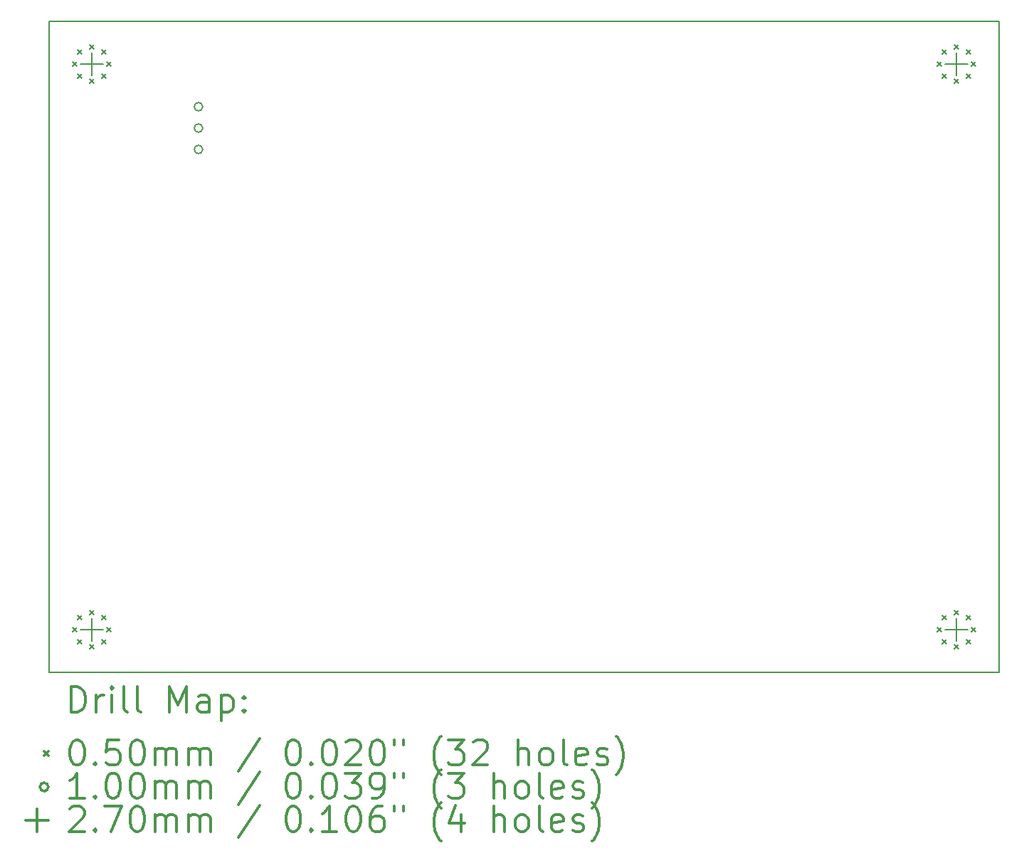
<source format=gbr>
%FSLAX45Y45*%
G04 Gerber Fmt 4.5, Leading zero omitted, Abs format (unit mm)*
G04 Created by KiCad (PCBNEW 4.0.6) date 06/13/17 23:52:12*
%MOMM*%
%LPD*%
G01*
G04 APERTURE LIST*
%ADD10C,0.127000*%
%ADD11C,0.150000*%
%ADD12C,0.200000*%
%ADD13C,0.300000*%
G04 APERTURE END LIST*
D10*
D11*
X1270000Y-9017000D02*
X1270000Y-1270000D01*
X12573000Y-9017000D02*
X1270000Y-9017000D01*
X12573000Y-1270000D02*
X12573000Y-9017000D01*
X1270000Y-1270000D02*
X12573000Y-1270000D01*
D12*
X1550500Y-1753000D02*
X1600500Y-1803000D01*
X1600500Y-1753000D02*
X1550500Y-1803000D01*
X1550500Y-8484000D02*
X1600500Y-8534000D01*
X1600500Y-8484000D02*
X1550500Y-8534000D01*
X1609811Y-1609811D02*
X1659811Y-1659811D01*
X1659811Y-1609811D02*
X1609811Y-1659811D01*
X1609811Y-1896189D02*
X1659811Y-1946189D01*
X1659811Y-1896189D02*
X1609811Y-1946189D01*
X1609811Y-8340811D02*
X1659811Y-8390811D01*
X1659811Y-8340811D02*
X1609811Y-8390811D01*
X1609811Y-8627189D02*
X1659811Y-8677189D01*
X1659811Y-8627189D02*
X1609811Y-8677189D01*
X1753000Y-1550500D02*
X1803000Y-1600500D01*
X1803000Y-1550500D02*
X1753000Y-1600500D01*
X1753000Y-1955500D02*
X1803000Y-2005500D01*
X1803000Y-1955500D02*
X1753000Y-2005500D01*
X1753000Y-8281500D02*
X1803000Y-8331500D01*
X1803000Y-8281500D02*
X1753000Y-8331500D01*
X1753000Y-8686500D02*
X1803000Y-8736500D01*
X1803000Y-8686500D02*
X1753000Y-8736500D01*
X1896189Y-1609811D02*
X1946189Y-1659811D01*
X1946189Y-1609811D02*
X1896189Y-1659811D01*
X1896189Y-1896189D02*
X1946189Y-1946189D01*
X1946189Y-1896189D02*
X1896189Y-1946189D01*
X1896189Y-8340811D02*
X1946189Y-8390811D01*
X1946189Y-8340811D02*
X1896189Y-8390811D01*
X1896189Y-8627189D02*
X1946189Y-8677189D01*
X1946189Y-8627189D02*
X1896189Y-8677189D01*
X1955500Y-1753000D02*
X2005500Y-1803000D01*
X2005500Y-1753000D02*
X1955500Y-1803000D01*
X1955500Y-8484000D02*
X2005500Y-8534000D01*
X2005500Y-8484000D02*
X1955500Y-8534000D01*
X11837500Y-1753000D02*
X11887500Y-1803000D01*
X11887500Y-1753000D02*
X11837500Y-1803000D01*
X11837500Y-8484000D02*
X11887500Y-8534000D01*
X11887500Y-8484000D02*
X11837500Y-8534000D01*
X11896811Y-1609811D02*
X11946811Y-1659811D01*
X11946811Y-1609811D02*
X11896811Y-1659811D01*
X11896811Y-1896189D02*
X11946811Y-1946189D01*
X11946811Y-1896189D02*
X11896811Y-1946189D01*
X11896811Y-8340811D02*
X11946811Y-8390811D01*
X11946811Y-8340811D02*
X11896811Y-8390811D01*
X11896811Y-8627189D02*
X11946811Y-8677189D01*
X11946811Y-8627189D02*
X11896811Y-8677189D01*
X12040000Y-1550500D02*
X12090000Y-1600500D01*
X12090000Y-1550500D02*
X12040000Y-1600500D01*
X12040000Y-1955500D02*
X12090000Y-2005500D01*
X12090000Y-1955500D02*
X12040000Y-2005500D01*
X12040000Y-8281500D02*
X12090000Y-8331500D01*
X12090000Y-8281500D02*
X12040000Y-8331500D01*
X12040000Y-8686500D02*
X12090000Y-8736500D01*
X12090000Y-8686500D02*
X12040000Y-8736500D01*
X12183189Y-1609811D02*
X12233189Y-1659811D01*
X12233189Y-1609811D02*
X12183189Y-1659811D01*
X12183189Y-1896189D02*
X12233189Y-1946189D01*
X12233189Y-1896189D02*
X12183189Y-1946189D01*
X12183189Y-8340811D02*
X12233189Y-8390811D01*
X12233189Y-8340811D02*
X12183189Y-8390811D01*
X12183189Y-8627189D02*
X12233189Y-8677189D01*
X12233189Y-8627189D02*
X12183189Y-8677189D01*
X12242500Y-1753000D02*
X12292500Y-1803000D01*
X12292500Y-1753000D02*
X12242500Y-1803000D01*
X12242500Y-8484000D02*
X12292500Y-8534000D01*
X12292500Y-8484000D02*
X12242500Y-8534000D01*
X3098000Y-2286000D02*
G75*
G03X3098000Y-2286000I-50000J0D01*
G01*
X3098000Y-2540000D02*
G75*
G03X3098000Y-2540000I-50000J0D01*
G01*
X3098000Y-2794000D02*
G75*
G03X3098000Y-2794000I-50000J0D01*
G01*
X1778000Y-1643000D02*
X1778000Y-1913000D01*
X1643000Y-1778000D02*
X1913000Y-1778000D01*
X1778000Y-8374000D02*
X1778000Y-8644000D01*
X1643000Y-8509000D02*
X1913000Y-8509000D01*
X12065000Y-1643000D02*
X12065000Y-1913000D01*
X11930000Y-1778000D02*
X12200000Y-1778000D01*
X12065000Y-8374000D02*
X12065000Y-8644000D01*
X11930000Y-8509000D02*
X12200000Y-8509000D01*
D13*
X1533928Y-9490214D02*
X1533928Y-9190214D01*
X1605357Y-9190214D01*
X1648214Y-9204500D01*
X1676786Y-9233072D01*
X1691071Y-9261643D01*
X1705357Y-9318786D01*
X1705357Y-9361643D01*
X1691071Y-9418786D01*
X1676786Y-9447357D01*
X1648214Y-9475929D01*
X1605357Y-9490214D01*
X1533928Y-9490214D01*
X1833928Y-9490214D02*
X1833928Y-9290214D01*
X1833928Y-9347357D02*
X1848214Y-9318786D01*
X1862500Y-9304500D01*
X1891071Y-9290214D01*
X1919643Y-9290214D01*
X2019643Y-9490214D02*
X2019643Y-9290214D01*
X2019643Y-9190214D02*
X2005357Y-9204500D01*
X2019643Y-9218786D01*
X2033928Y-9204500D01*
X2019643Y-9190214D01*
X2019643Y-9218786D01*
X2205357Y-9490214D02*
X2176786Y-9475929D01*
X2162500Y-9447357D01*
X2162500Y-9190214D01*
X2362500Y-9490214D02*
X2333929Y-9475929D01*
X2319643Y-9447357D01*
X2319643Y-9190214D01*
X2705357Y-9490214D02*
X2705357Y-9190214D01*
X2805357Y-9404500D01*
X2905357Y-9190214D01*
X2905357Y-9490214D01*
X3176786Y-9490214D02*
X3176786Y-9333072D01*
X3162500Y-9304500D01*
X3133928Y-9290214D01*
X3076786Y-9290214D01*
X3048214Y-9304500D01*
X3176786Y-9475929D02*
X3148214Y-9490214D01*
X3076786Y-9490214D01*
X3048214Y-9475929D01*
X3033928Y-9447357D01*
X3033928Y-9418786D01*
X3048214Y-9390214D01*
X3076786Y-9375929D01*
X3148214Y-9375929D01*
X3176786Y-9361643D01*
X3319643Y-9290214D02*
X3319643Y-9590214D01*
X3319643Y-9304500D02*
X3348214Y-9290214D01*
X3405357Y-9290214D01*
X3433928Y-9304500D01*
X3448214Y-9318786D01*
X3462500Y-9347357D01*
X3462500Y-9433072D01*
X3448214Y-9461643D01*
X3433928Y-9475929D01*
X3405357Y-9490214D01*
X3348214Y-9490214D01*
X3319643Y-9475929D01*
X3591071Y-9461643D02*
X3605357Y-9475929D01*
X3591071Y-9490214D01*
X3576786Y-9475929D01*
X3591071Y-9461643D01*
X3591071Y-9490214D01*
X3591071Y-9304500D02*
X3605357Y-9318786D01*
X3591071Y-9333072D01*
X3576786Y-9318786D01*
X3591071Y-9304500D01*
X3591071Y-9333072D01*
X1212500Y-9959500D02*
X1262500Y-10009500D01*
X1262500Y-9959500D02*
X1212500Y-10009500D01*
X1591071Y-9820214D02*
X1619643Y-9820214D01*
X1648214Y-9834500D01*
X1662500Y-9848786D01*
X1676786Y-9877357D01*
X1691071Y-9934500D01*
X1691071Y-10005929D01*
X1676786Y-10063072D01*
X1662500Y-10091643D01*
X1648214Y-10105929D01*
X1619643Y-10120214D01*
X1591071Y-10120214D01*
X1562500Y-10105929D01*
X1548214Y-10091643D01*
X1533928Y-10063072D01*
X1519643Y-10005929D01*
X1519643Y-9934500D01*
X1533928Y-9877357D01*
X1548214Y-9848786D01*
X1562500Y-9834500D01*
X1591071Y-9820214D01*
X1819643Y-10091643D02*
X1833928Y-10105929D01*
X1819643Y-10120214D01*
X1805357Y-10105929D01*
X1819643Y-10091643D01*
X1819643Y-10120214D01*
X2105357Y-9820214D02*
X1962500Y-9820214D01*
X1948214Y-9963072D01*
X1962500Y-9948786D01*
X1991071Y-9934500D01*
X2062500Y-9934500D01*
X2091071Y-9948786D01*
X2105357Y-9963072D01*
X2119643Y-9991643D01*
X2119643Y-10063072D01*
X2105357Y-10091643D01*
X2091071Y-10105929D01*
X2062500Y-10120214D01*
X1991071Y-10120214D01*
X1962500Y-10105929D01*
X1948214Y-10091643D01*
X2305357Y-9820214D02*
X2333929Y-9820214D01*
X2362500Y-9834500D01*
X2376786Y-9848786D01*
X2391071Y-9877357D01*
X2405357Y-9934500D01*
X2405357Y-10005929D01*
X2391071Y-10063072D01*
X2376786Y-10091643D01*
X2362500Y-10105929D01*
X2333929Y-10120214D01*
X2305357Y-10120214D01*
X2276786Y-10105929D01*
X2262500Y-10091643D01*
X2248214Y-10063072D01*
X2233929Y-10005929D01*
X2233929Y-9934500D01*
X2248214Y-9877357D01*
X2262500Y-9848786D01*
X2276786Y-9834500D01*
X2305357Y-9820214D01*
X2533929Y-10120214D02*
X2533929Y-9920214D01*
X2533929Y-9948786D02*
X2548214Y-9934500D01*
X2576786Y-9920214D01*
X2619643Y-9920214D01*
X2648214Y-9934500D01*
X2662500Y-9963072D01*
X2662500Y-10120214D01*
X2662500Y-9963072D02*
X2676786Y-9934500D01*
X2705357Y-9920214D01*
X2748214Y-9920214D01*
X2776786Y-9934500D01*
X2791071Y-9963072D01*
X2791071Y-10120214D01*
X2933928Y-10120214D02*
X2933928Y-9920214D01*
X2933928Y-9948786D02*
X2948214Y-9934500D01*
X2976786Y-9920214D01*
X3019643Y-9920214D01*
X3048214Y-9934500D01*
X3062500Y-9963072D01*
X3062500Y-10120214D01*
X3062500Y-9963072D02*
X3076786Y-9934500D01*
X3105357Y-9920214D01*
X3148214Y-9920214D01*
X3176786Y-9934500D01*
X3191071Y-9963072D01*
X3191071Y-10120214D01*
X3776786Y-9805929D02*
X3519643Y-10191643D01*
X4162500Y-9820214D02*
X4191071Y-9820214D01*
X4219643Y-9834500D01*
X4233928Y-9848786D01*
X4248214Y-9877357D01*
X4262500Y-9934500D01*
X4262500Y-10005929D01*
X4248214Y-10063072D01*
X4233928Y-10091643D01*
X4219643Y-10105929D01*
X4191071Y-10120214D01*
X4162500Y-10120214D01*
X4133928Y-10105929D01*
X4119643Y-10091643D01*
X4105357Y-10063072D01*
X4091071Y-10005929D01*
X4091071Y-9934500D01*
X4105357Y-9877357D01*
X4119643Y-9848786D01*
X4133928Y-9834500D01*
X4162500Y-9820214D01*
X4391071Y-10091643D02*
X4405357Y-10105929D01*
X4391071Y-10120214D01*
X4376786Y-10105929D01*
X4391071Y-10091643D01*
X4391071Y-10120214D01*
X4591071Y-9820214D02*
X4619643Y-9820214D01*
X4648214Y-9834500D01*
X4662500Y-9848786D01*
X4676786Y-9877357D01*
X4691071Y-9934500D01*
X4691071Y-10005929D01*
X4676786Y-10063072D01*
X4662500Y-10091643D01*
X4648214Y-10105929D01*
X4619643Y-10120214D01*
X4591071Y-10120214D01*
X4562500Y-10105929D01*
X4548214Y-10091643D01*
X4533928Y-10063072D01*
X4519643Y-10005929D01*
X4519643Y-9934500D01*
X4533928Y-9877357D01*
X4548214Y-9848786D01*
X4562500Y-9834500D01*
X4591071Y-9820214D01*
X4805357Y-9848786D02*
X4819643Y-9834500D01*
X4848214Y-9820214D01*
X4919643Y-9820214D01*
X4948214Y-9834500D01*
X4962500Y-9848786D01*
X4976786Y-9877357D01*
X4976786Y-9905929D01*
X4962500Y-9948786D01*
X4791071Y-10120214D01*
X4976786Y-10120214D01*
X5162500Y-9820214D02*
X5191071Y-9820214D01*
X5219643Y-9834500D01*
X5233928Y-9848786D01*
X5248214Y-9877357D01*
X5262500Y-9934500D01*
X5262500Y-10005929D01*
X5248214Y-10063072D01*
X5233928Y-10091643D01*
X5219643Y-10105929D01*
X5191071Y-10120214D01*
X5162500Y-10120214D01*
X5133928Y-10105929D01*
X5119643Y-10091643D01*
X5105357Y-10063072D01*
X5091071Y-10005929D01*
X5091071Y-9934500D01*
X5105357Y-9877357D01*
X5119643Y-9848786D01*
X5133928Y-9834500D01*
X5162500Y-9820214D01*
X5376786Y-9820214D02*
X5376786Y-9877357D01*
X5491071Y-9820214D02*
X5491071Y-9877357D01*
X5933928Y-10234500D02*
X5919643Y-10220214D01*
X5891071Y-10177357D01*
X5876785Y-10148786D01*
X5862500Y-10105929D01*
X5848214Y-10034500D01*
X5848214Y-9977357D01*
X5862500Y-9905929D01*
X5876785Y-9863072D01*
X5891071Y-9834500D01*
X5919643Y-9791643D01*
X5933928Y-9777357D01*
X6019643Y-9820214D02*
X6205357Y-9820214D01*
X6105357Y-9934500D01*
X6148214Y-9934500D01*
X6176785Y-9948786D01*
X6191071Y-9963072D01*
X6205357Y-9991643D01*
X6205357Y-10063072D01*
X6191071Y-10091643D01*
X6176785Y-10105929D01*
X6148214Y-10120214D01*
X6062500Y-10120214D01*
X6033928Y-10105929D01*
X6019643Y-10091643D01*
X6319643Y-9848786D02*
X6333928Y-9834500D01*
X6362500Y-9820214D01*
X6433928Y-9820214D01*
X6462500Y-9834500D01*
X6476785Y-9848786D01*
X6491071Y-9877357D01*
X6491071Y-9905929D01*
X6476785Y-9948786D01*
X6305357Y-10120214D01*
X6491071Y-10120214D01*
X6848214Y-10120214D02*
X6848214Y-9820214D01*
X6976785Y-10120214D02*
X6976785Y-9963072D01*
X6962500Y-9934500D01*
X6933928Y-9920214D01*
X6891071Y-9920214D01*
X6862500Y-9934500D01*
X6848214Y-9948786D01*
X7162500Y-10120214D02*
X7133928Y-10105929D01*
X7119643Y-10091643D01*
X7105357Y-10063072D01*
X7105357Y-9977357D01*
X7119643Y-9948786D01*
X7133928Y-9934500D01*
X7162500Y-9920214D01*
X7205357Y-9920214D01*
X7233928Y-9934500D01*
X7248214Y-9948786D01*
X7262500Y-9977357D01*
X7262500Y-10063072D01*
X7248214Y-10091643D01*
X7233928Y-10105929D01*
X7205357Y-10120214D01*
X7162500Y-10120214D01*
X7433928Y-10120214D02*
X7405357Y-10105929D01*
X7391071Y-10077357D01*
X7391071Y-9820214D01*
X7662500Y-10105929D02*
X7633928Y-10120214D01*
X7576786Y-10120214D01*
X7548214Y-10105929D01*
X7533928Y-10077357D01*
X7533928Y-9963072D01*
X7548214Y-9934500D01*
X7576786Y-9920214D01*
X7633928Y-9920214D01*
X7662500Y-9934500D01*
X7676786Y-9963072D01*
X7676786Y-9991643D01*
X7533928Y-10020214D01*
X7791071Y-10105929D02*
X7819643Y-10120214D01*
X7876786Y-10120214D01*
X7905357Y-10105929D01*
X7919643Y-10077357D01*
X7919643Y-10063072D01*
X7905357Y-10034500D01*
X7876786Y-10020214D01*
X7833928Y-10020214D01*
X7805357Y-10005929D01*
X7791071Y-9977357D01*
X7791071Y-9963072D01*
X7805357Y-9934500D01*
X7833928Y-9920214D01*
X7876786Y-9920214D01*
X7905357Y-9934500D01*
X8019643Y-10234500D02*
X8033928Y-10220214D01*
X8062500Y-10177357D01*
X8076786Y-10148786D01*
X8091071Y-10105929D01*
X8105357Y-10034500D01*
X8105357Y-9977357D01*
X8091071Y-9905929D01*
X8076786Y-9863072D01*
X8062500Y-9834500D01*
X8033928Y-9791643D01*
X8019643Y-9777357D01*
X1262500Y-10380500D02*
G75*
G03X1262500Y-10380500I-50000J0D01*
G01*
X1691071Y-10516214D02*
X1519643Y-10516214D01*
X1605357Y-10516214D02*
X1605357Y-10216214D01*
X1576786Y-10259072D01*
X1548214Y-10287643D01*
X1519643Y-10301929D01*
X1819643Y-10487643D02*
X1833928Y-10501929D01*
X1819643Y-10516214D01*
X1805357Y-10501929D01*
X1819643Y-10487643D01*
X1819643Y-10516214D01*
X2019643Y-10216214D02*
X2048214Y-10216214D01*
X2076786Y-10230500D01*
X2091071Y-10244786D01*
X2105357Y-10273357D01*
X2119643Y-10330500D01*
X2119643Y-10401929D01*
X2105357Y-10459072D01*
X2091071Y-10487643D01*
X2076786Y-10501929D01*
X2048214Y-10516214D01*
X2019643Y-10516214D01*
X1991071Y-10501929D01*
X1976786Y-10487643D01*
X1962500Y-10459072D01*
X1948214Y-10401929D01*
X1948214Y-10330500D01*
X1962500Y-10273357D01*
X1976786Y-10244786D01*
X1991071Y-10230500D01*
X2019643Y-10216214D01*
X2305357Y-10216214D02*
X2333929Y-10216214D01*
X2362500Y-10230500D01*
X2376786Y-10244786D01*
X2391071Y-10273357D01*
X2405357Y-10330500D01*
X2405357Y-10401929D01*
X2391071Y-10459072D01*
X2376786Y-10487643D01*
X2362500Y-10501929D01*
X2333929Y-10516214D01*
X2305357Y-10516214D01*
X2276786Y-10501929D01*
X2262500Y-10487643D01*
X2248214Y-10459072D01*
X2233929Y-10401929D01*
X2233929Y-10330500D01*
X2248214Y-10273357D01*
X2262500Y-10244786D01*
X2276786Y-10230500D01*
X2305357Y-10216214D01*
X2533929Y-10516214D02*
X2533929Y-10316214D01*
X2533929Y-10344786D02*
X2548214Y-10330500D01*
X2576786Y-10316214D01*
X2619643Y-10316214D01*
X2648214Y-10330500D01*
X2662500Y-10359072D01*
X2662500Y-10516214D01*
X2662500Y-10359072D02*
X2676786Y-10330500D01*
X2705357Y-10316214D01*
X2748214Y-10316214D01*
X2776786Y-10330500D01*
X2791071Y-10359072D01*
X2791071Y-10516214D01*
X2933928Y-10516214D02*
X2933928Y-10316214D01*
X2933928Y-10344786D02*
X2948214Y-10330500D01*
X2976786Y-10316214D01*
X3019643Y-10316214D01*
X3048214Y-10330500D01*
X3062500Y-10359072D01*
X3062500Y-10516214D01*
X3062500Y-10359072D02*
X3076786Y-10330500D01*
X3105357Y-10316214D01*
X3148214Y-10316214D01*
X3176786Y-10330500D01*
X3191071Y-10359072D01*
X3191071Y-10516214D01*
X3776786Y-10201929D02*
X3519643Y-10587643D01*
X4162500Y-10216214D02*
X4191071Y-10216214D01*
X4219643Y-10230500D01*
X4233928Y-10244786D01*
X4248214Y-10273357D01*
X4262500Y-10330500D01*
X4262500Y-10401929D01*
X4248214Y-10459072D01*
X4233928Y-10487643D01*
X4219643Y-10501929D01*
X4191071Y-10516214D01*
X4162500Y-10516214D01*
X4133928Y-10501929D01*
X4119643Y-10487643D01*
X4105357Y-10459072D01*
X4091071Y-10401929D01*
X4091071Y-10330500D01*
X4105357Y-10273357D01*
X4119643Y-10244786D01*
X4133928Y-10230500D01*
X4162500Y-10216214D01*
X4391071Y-10487643D02*
X4405357Y-10501929D01*
X4391071Y-10516214D01*
X4376786Y-10501929D01*
X4391071Y-10487643D01*
X4391071Y-10516214D01*
X4591071Y-10216214D02*
X4619643Y-10216214D01*
X4648214Y-10230500D01*
X4662500Y-10244786D01*
X4676786Y-10273357D01*
X4691071Y-10330500D01*
X4691071Y-10401929D01*
X4676786Y-10459072D01*
X4662500Y-10487643D01*
X4648214Y-10501929D01*
X4619643Y-10516214D01*
X4591071Y-10516214D01*
X4562500Y-10501929D01*
X4548214Y-10487643D01*
X4533928Y-10459072D01*
X4519643Y-10401929D01*
X4519643Y-10330500D01*
X4533928Y-10273357D01*
X4548214Y-10244786D01*
X4562500Y-10230500D01*
X4591071Y-10216214D01*
X4791071Y-10216214D02*
X4976786Y-10216214D01*
X4876786Y-10330500D01*
X4919643Y-10330500D01*
X4948214Y-10344786D01*
X4962500Y-10359072D01*
X4976786Y-10387643D01*
X4976786Y-10459072D01*
X4962500Y-10487643D01*
X4948214Y-10501929D01*
X4919643Y-10516214D01*
X4833928Y-10516214D01*
X4805357Y-10501929D01*
X4791071Y-10487643D01*
X5119643Y-10516214D02*
X5176786Y-10516214D01*
X5205357Y-10501929D01*
X5219643Y-10487643D01*
X5248214Y-10444786D01*
X5262500Y-10387643D01*
X5262500Y-10273357D01*
X5248214Y-10244786D01*
X5233928Y-10230500D01*
X5205357Y-10216214D01*
X5148214Y-10216214D01*
X5119643Y-10230500D01*
X5105357Y-10244786D01*
X5091071Y-10273357D01*
X5091071Y-10344786D01*
X5105357Y-10373357D01*
X5119643Y-10387643D01*
X5148214Y-10401929D01*
X5205357Y-10401929D01*
X5233928Y-10387643D01*
X5248214Y-10373357D01*
X5262500Y-10344786D01*
X5376786Y-10216214D02*
X5376786Y-10273357D01*
X5491071Y-10216214D02*
X5491071Y-10273357D01*
X5933928Y-10630500D02*
X5919643Y-10616214D01*
X5891071Y-10573357D01*
X5876785Y-10544786D01*
X5862500Y-10501929D01*
X5848214Y-10430500D01*
X5848214Y-10373357D01*
X5862500Y-10301929D01*
X5876785Y-10259072D01*
X5891071Y-10230500D01*
X5919643Y-10187643D01*
X5933928Y-10173357D01*
X6019643Y-10216214D02*
X6205357Y-10216214D01*
X6105357Y-10330500D01*
X6148214Y-10330500D01*
X6176785Y-10344786D01*
X6191071Y-10359072D01*
X6205357Y-10387643D01*
X6205357Y-10459072D01*
X6191071Y-10487643D01*
X6176785Y-10501929D01*
X6148214Y-10516214D01*
X6062500Y-10516214D01*
X6033928Y-10501929D01*
X6019643Y-10487643D01*
X6562500Y-10516214D02*
X6562500Y-10216214D01*
X6691071Y-10516214D02*
X6691071Y-10359072D01*
X6676785Y-10330500D01*
X6648214Y-10316214D01*
X6605357Y-10316214D01*
X6576785Y-10330500D01*
X6562500Y-10344786D01*
X6876785Y-10516214D02*
X6848214Y-10501929D01*
X6833928Y-10487643D01*
X6819643Y-10459072D01*
X6819643Y-10373357D01*
X6833928Y-10344786D01*
X6848214Y-10330500D01*
X6876785Y-10316214D01*
X6919643Y-10316214D01*
X6948214Y-10330500D01*
X6962500Y-10344786D01*
X6976785Y-10373357D01*
X6976785Y-10459072D01*
X6962500Y-10487643D01*
X6948214Y-10501929D01*
X6919643Y-10516214D01*
X6876785Y-10516214D01*
X7148214Y-10516214D02*
X7119643Y-10501929D01*
X7105357Y-10473357D01*
X7105357Y-10216214D01*
X7376786Y-10501929D02*
X7348214Y-10516214D01*
X7291071Y-10516214D01*
X7262500Y-10501929D01*
X7248214Y-10473357D01*
X7248214Y-10359072D01*
X7262500Y-10330500D01*
X7291071Y-10316214D01*
X7348214Y-10316214D01*
X7376786Y-10330500D01*
X7391071Y-10359072D01*
X7391071Y-10387643D01*
X7248214Y-10416214D01*
X7505357Y-10501929D02*
X7533928Y-10516214D01*
X7591071Y-10516214D01*
X7619643Y-10501929D01*
X7633928Y-10473357D01*
X7633928Y-10459072D01*
X7619643Y-10430500D01*
X7591071Y-10416214D01*
X7548214Y-10416214D01*
X7519643Y-10401929D01*
X7505357Y-10373357D01*
X7505357Y-10359072D01*
X7519643Y-10330500D01*
X7548214Y-10316214D01*
X7591071Y-10316214D01*
X7619643Y-10330500D01*
X7733928Y-10630500D02*
X7748214Y-10616214D01*
X7776786Y-10573357D01*
X7791071Y-10544786D01*
X7805357Y-10501929D01*
X7819643Y-10430500D01*
X7819643Y-10373357D01*
X7805357Y-10301929D01*
X7791071Y-10259072D01*
X7776786Y-10230500D01*
X7748214Y-10187643D01*
X7733928Y-10173357D01*
X1127500Y-10641500D02*
X1127500Y-10911500D01*
X992500Y-10776500D02*
X1262500Y-10776500D01*
X1519643Y-10640786D02*
X1533928Y-10626500D01*
X1562500Y-10612214D01*
X1633928Y-10612214D01*
X1662500Y-10626500D01*
X1676786Y-10640786D01*
X1691071Y-10669357D01*
X1691071Y-10697929D01*
X1676786Y-10740786D01*
X1505357Y-10912214D01*
X1691071Y-10912214D01*
X1819643Y-10883643D02*
X1833928Y-10897929D01*
X1819643Y-10912214D01*
X1805357Y-10897929D01*
X1819643Y-10883643D01*
X1819643Y-10912214D01*
X1933928Y-10612214D02*
X2133928Y-10612214D01*
X2005357Y-10912214D01*
X2305357Y-10612214D02*
X2333929Y-10612214D01*
X2362500Y-10626500D01*
X2376786Y-10640786D01*
X2391071Y-10669357D01*
X2405357Y-10726500D01*
X2405357Y-10797929D01*
X2391071Y-10855072D01*
X2376786Y-10883643D01*
X2362500Y-10897929D01*
X2333929Y-10912214D01*
X2305357Y-10912214D01*
X2276786Y-10897929D01*
X2262500Y-10883643D01*
X2248214Y-10855072D01*
X2233929Y-10797929D01*
X2233929Y-10726500D01*
X2248214Y-10669357D01*
X2262500Y-10640786D01*
X2276786Y-10626500D01*
X2305357Y-10612214D01*
X2533929Y-10912214D02*
X2533929Y-10712214D01*
X2533929Y-10740786D02*
X2548214Y-10726500D01*
X2576786Y-10712214D01*
X2619643Y-10712214D01*
X2648214Y-10726500D01*
X2662500Y-10755072D01*
X2662500Y-10912214D01*
X2662500Y-10755072D02*
X2676786Y-10726500D01*
X2705357Y-10712214D01*
X2748214Y-10712214D01*
X2776786Y-10726500D01*
X2791071Y-10755072D01*
X2791071Y-10912214D01*
X2933928Y-10912214D02*
X2933928Y-10712214D01*
X2933928Y-10740786D02*
X2948214Y-10726500D01*
X2976786Y-10712214D01*
X3019643Y-10712214D01*
X3048214Y-10726500D01*
X3062500Y-10755072D01*
X3062500Y-10912214D01*
X3062500Y-10755072D02*
X3076786Y-10726500D01*
X3105357Y-10712214D01*
X3148214Y-10712214D01*
X3176786Y-10726500D01*
X3191071Y-10755072D01*
X3191071Y-10912214D01*
X3776786Y-10597929D02*
X3519643Y-10983643D01*
X4162500Y-10612214D02*
X4191071Y-10612214D01*
X4219643Y-10626500D01*
X4233928Y-10640786D01*
X4248214Y-10669357D01*
X4262500Y-10726500D01*
X4262500Y-10797929D01*
X4248214Y-10855072D01*
X4233928Y-10883643D01*
X4219643Y-10897929D01*
X4191071Y-10912214D01*
X4162500Y-10912214D01*
X4133928Y-10897929D01*
X4119643Y-10883643D01*
X4105357Y-10855072D01*
X4091071Y-10797929D01*
X4091071Y-10726500D01*
X4105357Y-10669357D01*
X4119643Y-10640786D01*
X4133928Y-10626500D01*
X4162500Y-10612214D01*
X4391071Y-10883643D02*
X4405357Y-10897929D01*
X4391071Y-10912214D01*
X4376786Y-10897929D01*
X4391071Y-10883643D01*
X4391071Y-10912214D01*
X4691071Y-10912214D02*
X4519643Y-10912214D01*
X4605357Y-10912214D02*
X4605357Y-10612214D01*
X4576786Y-10655072D01*
X4548214Y-10683643D01*
X4519643Y-10697929D01*
X4876786Y-10612214D02*
X4905357Y-10612214D01*
X4933928Y-10626500D01*
X4948214Y-10640786D01*
X4962500Y-10669357D01*
X4976786Y-10726500D01*
X4976786Y-10797929D01*
X4962500Y-10855072D01*
X4948214Y-10883643D01*
X4933928Y-10897929D01*
X4905357Y-10912214D01*
X4876786Y-10912214D01*
X4848214Y-10897929D01*
X4833928Y-10883643D01*
X4819643Y-10855072D01*
X4805357Y-10797929D01*
X4805357Y-10726500D01*
X4819643Y-10669357D01*
X4833928Y-10640786D01*
X4848214Y-10626500D01*
X4876786Y-10612214D01*
X5233928Y-10612214D02*
X5176786Y-10612214D01*
X5148214Y-10626500D01*
X5133928Y-10640786D01*
X5105357Y-10683643D01*
X5091071Y-10740786D01*
X5091071Y-10855072D01*
X5105357Y-10883643D01*
X5119643Y-10897929D01*
X5148214Y-10912214D01*
X5205357Y-10912214D01*
X5233928Y-10897929D01*
X5248214Y-10883643D01*
X5262500Y-10855072D01*
X5262500Y-10783643D01*
X5248214Y-10755072D01*
X5233928Y-10740786D01*
X5205357Y-10726500D01*
X5148214Y-10726500D01*
X5119643Y-10740786D01*
X5105357Y-10755072D01*
X5091071Y-10783643D01*
X5376786Y-10612214D02*
X5376786Y-10669357D01*
X5491071Y-10612214D02*
X5491071Y-10669357D01*
X5933928Y-11026500D02*
X5919643Y-11012214D01*
X5891071Y-10969357D01*
X5876785Y-10940786D01*
X5862500Y-10897929D01*
X5848214Y-10826500D01*
X5848214Y-10769357D01*
X5862500Y-10697929D01*
X5876785Y-10655072D01*
X5891071Y-10626500D01*
X5919643Y-10583643D01*
X5933928Y-10569357D01*
X6176785Y-10712214D02*
X6176785Y-10912214D01*
X6105357Y-10597929D02*
X6033928Y-10812214D01*
X6219643Y-10812214D01*
X6562500Y-10912214D02*
X6562500Y-10612214D01*
X6691071Y-10912214D02*
X6691071Y-10755072D01*
X6676785Y-10726500D01*
X6648214Y-10712214D01*
X6605357Y-10712214D01*
X6576785Y-10726500D01*
X6562500Y-10740786D01*
X6876785Y-10912214D02*
X6848214Y-10897929D01*
X6833928Y-10883643D01*
X6819643Y-10855072D01*
X6819643Y-10769357D01*
X6833928Y-10740786D01*
X6848214Y-10726500D01*
X6876785Y-10712214D01*
X6919643Y-10712214D01*
X6948214Y-10726500D01*
X6962500Y-10740786D01*
X6976785Y-10769357D01*
X6976785Y-10855072D01*
X6962500Y-10883643D01*
X6948214Y-10897929D01*
X6919643Y-10912214D01*
X6876785Y-10912214D01*
X7148214Y-10912214D02*
X7119643Y-10897929D01*
X7105357Y-10869357D01*
X7105357Y-10612214D01*
X7376786Y-10897929D02*
X7348214Y-10912214D01*
X7291071Y-10912214D01*
X7262500Y-10897929D01*
X7248214Y-10869357D01*
X7248214Y-10755072D01*
X7262500Y-10726500D01*
X7291071Y-10712214D01*
X7348214Y-10712214D01*
X7376786Y-10726500D01*
X7391071Y-10755072D01*
X7391071Y-10783643D01*
X7248214Y-10812214D01*
X7505357Y-10897929D02*
X7533928Y-10912214D01*
X7591071Y-10912214D01*
X7619643Y-10897929D01*
X7633928Y-10869357D01*
X7633928Y-10855072D01*
X7619643Y-10826500D01*
X7591071Y-10812214D01*
X7548214Y-10812214D01*
X7519643Y-10797929D01*
X7505357Y-10769357D01*
X7505357Y-10755072D01*
X7519643Y-10726500D01*
X7548214Y-10712214D01*
X7591071Y-10712214D01*
X7619643Y-10726500D01*
X7733928Y-11026500D02*
X7748214Y-11012214D01*
X7776786Y-10969357D01*
X7791071Y-10940786D01*
X7805357Y-10897929D01*
X7819643Y-10826500D01*
X7819643Y-10769357D01*
X7805357Y-10697929D01*
X7791071Y-10655072D01*
X7776786Y-10626500D01*
X7748214Y-10583643D01*
X7733928Y-10569357D01*
M02*

</source>
